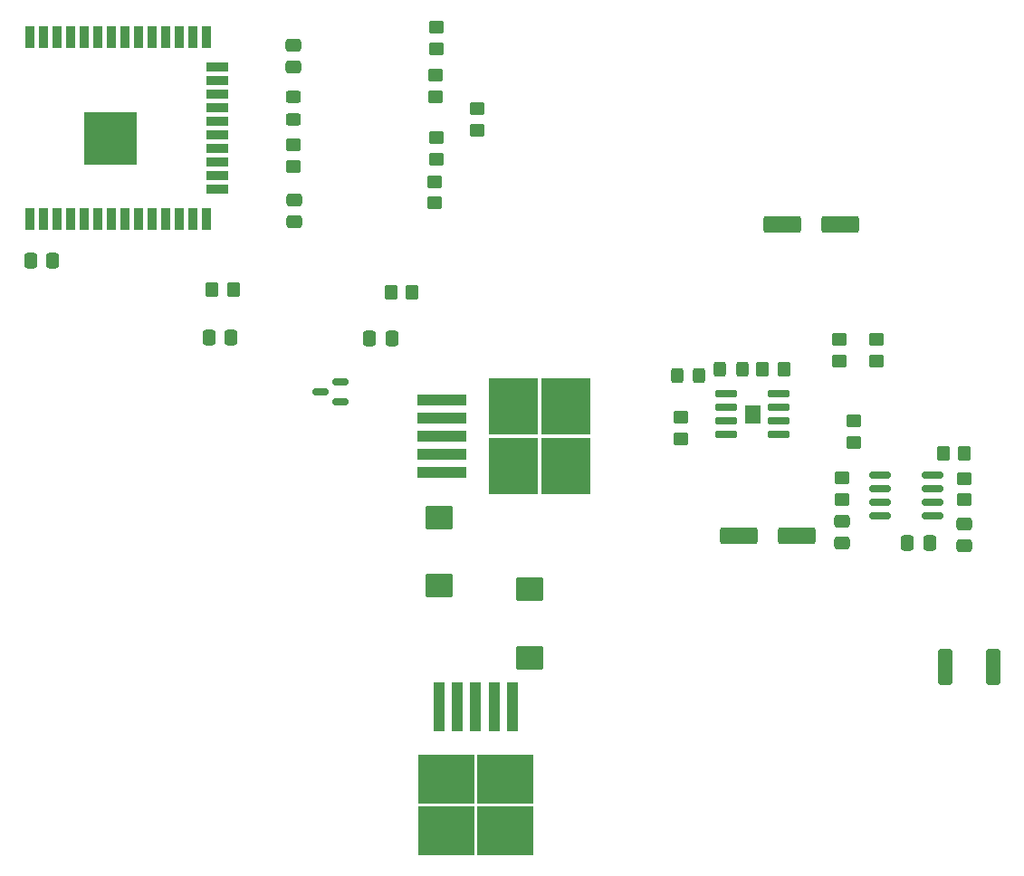
<source format=gbr>
%TF.GenerationSoftware,KiCad,Pcbnew,6.0.5-a6ca702e91~116~ubuntu20.04.1*%
%TF.CreationDate,2022-05-20T12:06:46-05:00*%
%TF.ProjectId,Easyrun,45617379-7275-46e2-9e6b-696361645f70,rev?*%
%TF.SameCoordinates,Original*%
%TF.FileFunction,Paste,Top*%
%TF.FilePolarity,Positive*%
%FSLAX46Y46*%
G04 Gerber Fmt 4.6, Leading zero omitted, Abs format (unit mm)*
G04 Created by KiCad (PCBNEW 6.0.5-a6ca702e91~116~ubuntu20.04.1) date 2022-05-20 12:06:46*
%MOMM*%
%LPD*%
G01*
G04 APERTURE LIST*
G04 Aperture macros list*
%AMRoundRect*
0 Rectangle with rounded corners*
0 $1 Rounding radius*
0 $2 $3 $4 $5 $6 $7 $8 $9 X,Y pos of 4 corners*
0 Add a 4 corners polygon primitive as box body*
4,1,4,$2,$3,$4,$5,$6,$7,$8,$9,$2,$3,0*
0 Add four circle primitives for the rounded corners*
1,1,$1+$1,$2,$3*
1,1,$1+$1,$4,$5*
1,1,$1+$1,$6,$7*
1,1,$1+$1,$8,$9*
0 Add four rect primitives between the rounded corners*
20,1,$1+$1,$2,$3,$4,$5,0*
20,1,$1+$1,$4,$5,$6,$7,0*
20,1,$1+$1,$6,$7,$8,$9,0*
20,1,$1+$1,$8,$9,$2,$3,0*%
G04 Aperture macros list end*
%ADD10C,0.010000*%
%ADD11RoundRect,0.250000X-0.400000X-1.450000X0.400000X-1.450000X0.400000X1.450000X-0.400000X1.450000X0*%
%ADD12RoundRect,0.250000X-0.475000X0.337500X-0.475000X-0.337500X0.475000X-0.337500X0.475000X0.337500X0*%
%ADD13RoundRect,0.250000X-0.337500X-0.475000X0.337500X-0.475000X0.337500X0.475000X-0.337500X0.475000X0*%
%ADD14RoundRect,0.250000X0.337500X0.475000X-0.337500X0.475000X-0.337500X-0.475000X0.337500X-0.475000X0*%
%ADD15RoundRect,0.250000X-0.350000X-0.450000X0.350000X-0.450000X0.350000X0.450000X-0.350000X0.450000X0*%
%ADD16RoundRect,0.250000X-1.025000X0.875000X-1.025000X-0.875000X1.025000X-0.875000X1.025000X0.875000X0*%
%ADD17RoundRect,0.250000X0.475000X-0.337500X0.475000X0.337500X-0.475000X0.337500X-0.475000X-0.337500X0*%
%ADD18RoundRect,0.250000X0.450000X-0.350000X0.450000X0.350000X-0.450000X0.350000X-0.450000X-0.350000X0*%
%ADD19RoundRect,0.250000X-0.450000X0.350000X-0.450000X-0.350000X0.450000X-0.350000X0.450000X0.350000X0*%
%ADD20RoundRect,0.250000X1.500000X0.550000X-1.500000X0.550000X-1.500000X-0.550000X1.500000X-0.550000X0*%
%ADD21RoundRect,0.042000X0.943000X0.258000X-0.943000X0.258000X-0.943000X-0.258000X0.943000X-0.258000X0*%
%ADD22RoundRect,0.150000X-0.825000X-0.150000X0.825000X-0.150000X0.825000X0.150000X-0.825000X0.150000X0*%
%ADD23RoundRect,0.250000X-0.325000X-0.450000X0.325000X-0.450000X0.325000X0.450000X-0.325000X0.450000X0*%
%ADD24RoundRect,0.250000X-1.500000X-0.550000X1.500000X-0.550000X1.500000X0.550000X-1.500000X0.550000X0*%
%ADD25RoundRect,0.250000X-0.450000X0.325000X-0.450000X-0.325000X0.450000X-0.325000X0.450000X0.325000X0*%
%ADD26R,0.900000X2.000000*%
%ADD27R,2.000000X0.900000*%
%ADD28R,5.000000X5.000000*%
%ADD29RoundRect,0.150000X0.587500X0.150000X-0.587500X0.150000X-0.587500X-0.150000X0.587500X-0.150000X0*%
%ADD30RoundRect,0.250000X0.325000X0.450000X-0.325000X0.450000X-0.325000X-0.450000X0.325000X-0.450000X0*%
%ADD31R,4.550000X5.250000*%
%ADD32R,4.600000X1.100000*%
%ADD33R,5.250000X4.550000*%
%ADD34R,1.100000X4.600000*%
%ADD35RoundRect,0.250000X0.350000X0.450000X-0.350000X0.450000X-0.350000X-0.450000X0.350000X-0.450000X0*%
%ADD36RoundRect,0.250000X1.025000X-0.875000X1.025000X0.875000X-1.025000X0.875000X-1.025000X-0.875000X0*%
G04 APERTURE END LIST*
%TO.C,U_ChargeControler1*%
G36*
X178152400Y-102313000D02*
G01*
X176862400Y-102313000D01*
X176862400Y-100673000D01*
X178152400Y-100673000D01*
X178152400Y-102313000D01*
G37*
D10*
X178152400Y-102313000D02*
X176862400Y-102313000D01*
X176862400Y-100673000D01*
X178152400Y-100673000D01*
X178152400Y-102313000D01*
%TD*%
D11*
%TO.C,FB1*%
X195549400Y-125115000D03*
X199999400Y-125115000D03*
%TD*%
D12*
%TO.C,C1*%
X134640000Y-81445000D03*
X134640000Y-83520000D03*
%TD*%
D13*
%TO.C,CB4*%
X141720500Y-94381000D03*
X143795500Y-94381000D03*
%TD*%
D14*
%TO.C,CB1*%
X112102500Y-87145000D03*
X110027500Y-87145000D03*
%TD*%
D15*
%TO.C,Ra1*%
X195352000Y-105150600D03*
X197352000Y-105150600D03*
%TD*%
D16*
%TO.C,CBy3*%
X148244400Y-111145400D03*
X148244400Y-117545400D03*
%TD*%
D17*
%TO.C,C3*%
X134565000Y-69032500D03*
X134565000Y-66957500D03*
%TD*%
D18*
%TO.C,RI2C1*%
X185684000Y-96498600D03*
X185684000Y-94498600D03*
%TD*%
D13*
%TO.C,CB2*%
X126683700Y-94279400D03*
X128758700Y-94279400D03*
%TD*%
D18*
%TO.C,R6*%
X147840000Y-81720000D03*
X147840000Y-79720000D03*
%TD*%
D19*
%TO.C,R_RED1*%
X170799600Y-101763000D03*
X170799600Y-103763000D03*
%TD*%
%TO.C,R5*%
X147990000Y-65270000D03*
X147990000Y-67270000D03*
%TD*%
D20*
%TO.C,CBat1*%
X185742400Y-83713000D03*
X180342400Y-83713000D03*
%TD*%
D21*
%TO.C,U_ChargeControler1*%
X179982400Y-103398000D03*
X179982400Y-102128000D03*
X179982400Y-100858000D03*
X179982400Y-99588000D03*
X175032400Y-99588000D03*
X175032400Y-100858000D03*
X175032400Y-102128000D03*
X175032400Y-103398000D03*
%TD*%
D22*
%TO.C,U_555*%
X189446000Y-107188600D03*
X189446000Y-108458600D03*
X189446000Y-109728600D03*
X189446000Y-110998600D03*
X194396000Y-110998600D03*
X194396000Y-109728600D03*
X194396000Y-108458600D03*
X194396000Y-107188600D03*
%TD*%
D23*
%TO.C,D_RED1*%
X170485800Y-97886200D03*
X172535800Y-97886200D03*
%TD*%
D24*
%TO.C,CByBa1*%
X176227600Y-112821400D03*
X181627600Y-112821400D03*
%TD*%
D25*
%TO.C,L_p1*%
X134615000Y-71820000D03*
X134615000Y-73870000D03*
%TD*%
D19*
%TO.C,R_Prog10*%
X186994800Y-102124000D03*
X186994800Y-104124000D03*
%TD*%
D26*
%TO.C,U1*%
X109966600Y-83221400D03*
X111236600Y-83221400D03*
X112506600Y-83221400D03*
X113776600Y-83221400D03*
X115046600Y-83221400D03*
X116316600Y-83221400D03*
X117586600Y-83221400D03*
X118856600Y-83221400D03*
X120126600Y-83221400D03*
X121396600Y-83221400D03*
X122666600Y-83221400D03*
X123936600Y-83221400D03*
X125206600Y-83221400D03*
X126476600Y-83221400D03*
D27*
X127476600Y-80436400D03*
X127476600Y-79166400D03*
X127476600Y-77896400D03*
X127476600Y-76626400D03*
X127476600Y-75356400D03*
X127476600Y-74086400D03*
X127476600Y-72816400D03*
X127476600Y-71546400D03*
X127476600Y-70276400D03*
X127476600Y-69006400D03*
D26*
X126476600Y-66221400D03*
X125206600Y-66221400D03*
X123936600Y-66221400D03*
X122666600Y-66221400D03*
X121396600Y-66221400D03*
X120126600Y-66221400D03*
X118856600Y-66221400D03*
X117586600Y-66221400D03*
X116316600Y-66221400D03*
X115046600Y-66221400D03*
X113776600Y-66221400D03*
X112506600Y-66221400D03*
X111236600Y-66221400D03*
X109966600Y-66221400D03*
D28*
X117466600Y-75721400D03*
%TD*%
D29*
%TO.C,QBoo1*%
X138971100Y-100360200D03*
X138971100Y-98460200D03*
X137096100Y-99410200D03*
%TD*%
D14*
%TO.C,C_cv1*%
X194087500Y-113532600D03*
X192012500Y-113532600D03*
%TD*%
D30*
%TO.C,D_GREEN1*%
X176549000Y-97276600D03*
X174499000Y-97276600D03*
%TD*%
D31*
%TO.C,UB3v3*%
X155200000Y-106300000D03*
X160050000Y-100750000D03*
X155200000Y-100750000D03*
X160050000Y-106300000D03*
D32*
X148475000Y-100125000D03*
X148475000Y-101825000D03*
X148475000Y-103525000D03*
X148475000Y-105225000D03*
X148475000Y-106925000D03*
%TD*%
D18*
%TO.C,RI2C2*%
X189087600Y-96498600D03*
X189087600Y-94498600D03*
%TD*%
D19*
%TO.C,R4*%
X151790000Y-72895000D03*
X151790000Y-74895000D03*
%TD*%
%TO.C,R_p1*%
X134565000Y-76320000D03*
X134565000Y-78320000D03*
%TD*%
D12*
%TO.C,Cby2*%
X197368000Y-111733100D03*
X197368000Y-113808100D03*
%TD*%
D15*
%TO.C,R_GREEN1*%
X178486400Y-97276600D03*
X180486400Y-97276600D03*
%TD*%
D33*
%TO.C,UB5v0*%
X154423000Y-140465400D03*
X148873000Y-140465400D03*
X154423000Y-135615400D03*
X148873000Y-135615400D03*
D34*
X155048000Y-128890400D03*
X153348000Y-128890400D03*
X151648000Y-128890400D03*
X149948000Y-128890400D03*
X148248000Y-128890400D03*
%TD*%
D18*
%TO.C,Ro1*%
X185938000Y-109452600D03*
X185938000Y-107452600D03*
%TD*%
D17*
%TO.C,C_by1*%
X185938000Y-113554100D03*
X185938000Y-111479100D03*
%TD*%
D19*
%TO.C,RMISO1*%
X147890000Y-69795000D03*
X147890000Y-71795000D03*
%TD*%
D15*
%TO.C,RBtn2*%
X143700000Y-90075000D03*
X145700000Y-90075000D03*
%TD*%
D35*
%TO.C,RBtn1*%
X129000000Y-89800000D03*
X127000000Y-89800000D03*
%TD*%
D19*
%TO.C,R1*%
X147940000Y-75620000D03*
X147940000Y-77620000D03*
%TD*%
%TO.C,Rb1*%
X197317200Y-107503400D03*
X197317200Y-109503400D03*
%TD*%
D36*
%TO.C,CBy5*%
X156728000Y-124251000D03*
X156728000Y-117851000D03*
%TD*%
M02*

</source>
